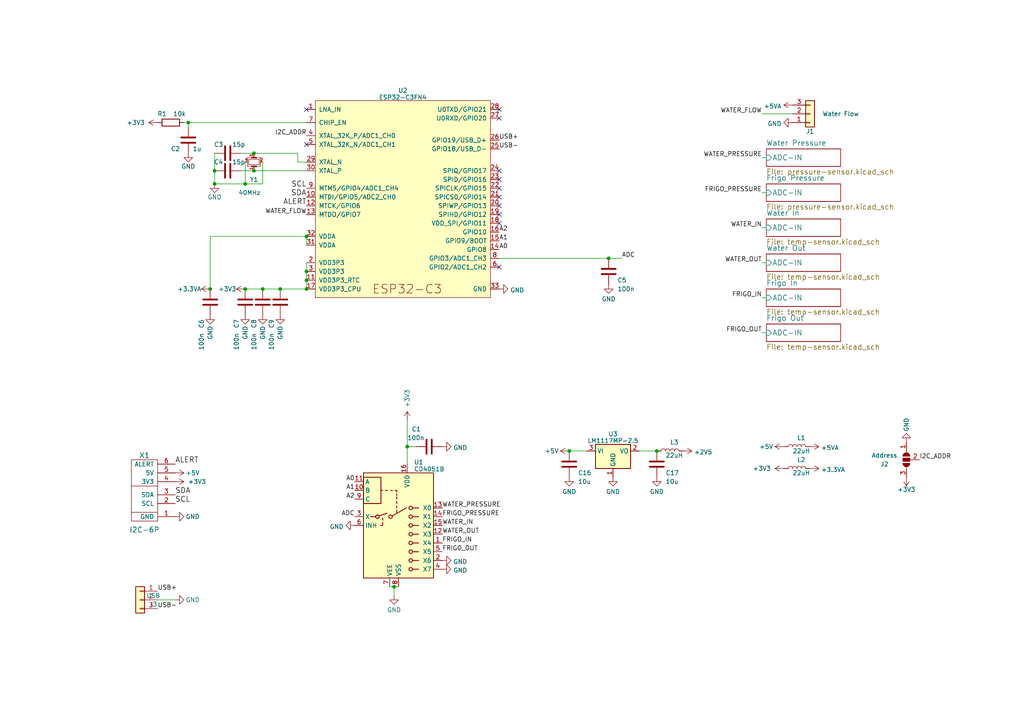
<source format=kicad_sch>
(kicad_sch (version 20230409) (generator eeschema)
  (paper "A4")
  (lib_symbols
    (symbol "Analog_Switch:CD4051B"
      (property "Reference" "U" (at -10.16 16.51 0))
      (property "Value" "CD4051B" (at 3.81 16.51 0))
      (symbol "CD4051B_0_1"
        (rectangle (start -10.16 6.35) (end -5.08 13.97) (stroke (width 0.254)))
        (rectangle (start -10.16 15.24) (end 10.16 -15.24) (stroke (width 0.254)) (fill (type background)))
        (circle (center -6.096 2.54) (radius 0.508) (stroke (width 0.254)))
        (circle (center -2.286 2.54) (radius 0.508) (stroke (width 0.254)))
        (polyline (pts (xy -8.128 2.54) (xy -6.604 2.54)) (stroke (width 0.254)))
        (polyline (pts (xy -5.588 2.794) (xy -3.302 3.556)) (stroke (width 0.254)))
        (polyline (pts (xy -4.572 0) (xy -5.207 0)) (stroke (width 0.254)))
        (polyline (pts (xy -4.572 0.254) (xy -4.572 0.889)) (stroke (width 0.254)))
        (polyline (pts (xy -4.572 1.524) (xy -4.572 2.159)) (stroke (width 0.254)))
        (polyline (pts (xy -4.572 10.16) (xy -5.08 10.16)) (stroke (width 0.254)))
        (polyline (pts (xy -3.81 10.16) (xy -3.175 10.16)) (stroke (width 0.254)))
        (polyline (pts (xy -1.778 2.794) (xy 2.286 5.08)) (stroke (width 0.254)))
        (polyline (pts (xy -1.778 10.16) (xy -2.286 10.16)) (stroke (width 0.254)))
        (polyline (pts (xy -0.508 3.81) (xy -0.508 4.445)) (stroke (width 0.254)))
        (polyline (pts (xy -0.508 5.08) (xy -0.508 5.715)) (stroke (width 0.254)))
        (polyline (pts (xy -0.508 6.35) (xy -0.508 6.985)) (stroke (width 0.254)))
        (polyline (pts (xy -0.508 7.62) (xy -0.508 8.255)) (stroke (width 0.254)))
        (polyline (pts (xy -0.508 8.636) (xy -0.508 9.144)) (stroke (width 0.254)))
        (polyline (pts (xy -0.508 9.652) (xy -0.508 10.16)) (stroke (width 0.254)))
        (polyline (pts (xy -0.508 10.16) (xy -1.016 10.16)) (stroke (width 0.254)))
        (polyline (pts (xy 4.064 -12.7) (xy 5.842 -12.7)) (stroke (width 0.254)))
        (polyline (pts (xy 4.064 -10.16) (xy 5.842 -10.16)) (stroke (width 0.254)))
        (polyline (pts (xy 4.064 -7.62) (xy 5.842 -7.62)) (stroke (width 0.254)))
        (polyline (pts (xy 4.064 -5.08) (xy 5.842 -5.08)) (stroke (width 0.254)))
        (polyline (pts (xy 4.064 -2.54) (xy 5.842 -2.54)) (stroke (width 0.254)))
        (polyline (pts (xy 4.064 0) (xy 5.842 0)) (stroke (width 0.254)))
        (polyline (pts (xy 4.064 2.54) (xy 5.842 2.54)) (stroke (width 0.254)))
        (polyline (pts (xy 4.064 5.08) (xy 5.842 5.08)) (stroke (width 0.254)))
        (circle (center 3.556 -12.7) (radius 0.508) (stroke (width 0.254)))
        (circle (center 3.556 -10.16) (radius 0.508) (stroke (width 0.254)))
        (circle (center 3.556 -7.62) (radius 0.508) (stroke (width 0.254)))
        (circle (center 3.556 -5.08) (radius 0.508) (stroke (width 0.254)))
        (circle (center 3.556 -2.54) (radius 0.508) (stroke (width 0.254)))
        (circle (center 3.556 0) (radius 0.508) (stroke (width 0.254)))
        (circle (center 3.556 2.54) (radius 0.508) (stroke (width 0.254)))
        (circle (center 3.556 5.08) (radius 0.508) (stroke (width 0.254)))
      )
      (symbol "CD4051B_1_1"
        (pin bidirectional line (at 12.7 -5.08 180) (length 2.54) (name "X4") (number "1"))
        (pin input line (at -12.7 10.16 0) (length 2.54) (name "B") (number "10"))
        (pin input line (at -12.7 12.7 0) (length 2.54) (name "A") (number "11"))
        (pin bidirectional line (at 12.7 -2.54 180) (length 2.54) (name "X3") (number "12"))
        (pin bidirectional line (at 12.7 5.08 180) (length 2.54) (name "X0") (number "13"))
        (pin bidirectional line (at 12.7 2.54 180) (length 2.54) (name "X1") (number "14"))
        (pin bidirectional line (at 12.7 0 180) (length 2.54) (name "X2") (number "15"))
        (pin power_in line (at 2.54 17.78 270) (length 2.54) (name "VDD") (number "16"))
        (pin bidirectional line (at 12.7 -10.16 180) (length 2.54) (name "X6") (number "2"))
        (pin bidirectional line (at -12.7 2.54 0) (length 2.54) (name "X") (number "3"))
        (pin bidirectional line (at 12.7 -12.7 180) (length 2.54) (name "X7") (number "4"))
        (pin bidirectional line (at 12.7 -7.62 180) (length 2.54) (name "X5") (number "5"))
        (pin input line (at -12.7 0 0) (length 2.54) (name "INH") (number "6"))
        (pin power_in line (at -2.54 -17.78 90) (length 2.54) (name "VEE") (number "7"))
        (pin power_in line (at 0 -17.78 90) (length 2.54) (name "VSS") (number "8"))
        (pin input line (at -12.7 7.62 0) (length 2.54) (name "C") (number "9"))
      )
    )
    (symbol "Connector_Generic:Conn_01x03" (pin_names (offset 1.016) hide)
      (property "Reference" "J" (at 0 5.08 0))
      (property "Value" "Conn_01x03" (at 0 -5.08 0))
      (symbol "Conn_01x03_1_1"
        (rectangle (start -1.27 -2.413) (end 0 -2.667) (stroke (width 0.1524)))
        (rectangle (start -1.27 0.127) (end 0 -0.127) (stroke (width 0.1524)))
        (rectangle (start -1.27 2.667) (end 0 2.413) (stroke (width 0.1524)))
        (rectangle (start -1.27 3.81) (end 1.27 -3.81) (stroke (width 0.254)) (fill (type background)))
        (pin passive line (at -5.08 2.54 0) (length 3.81) (name "Pin_1") (number "1"))
        (pin passive line (at -5.08 0 0) (length 3.81) (name "Pin_2") (number "2"))
        (pin passive line (at -5.08 -2.54 0) (length 3.81) (name "Pin_3") (number "3"))
      )
    )
    (symbol "Device:C" (pin_numbers hide) (pin_names (offset 0.254))
      (property "Reference" "C" (at 0.635 2.54 0))
      (property "Value" "C" (at 0.635 -2.54 0))
      (symbol "C_0_1"
        (polyline (pts (xy -2.032 -0.762) (xy 2.032 -0.762)) (stroke (width 0.508)))
        (polyline (pts (xy -2.032 0.762) (xy 2.032 0.762)) (stroke (width 0.508)))
      )
      (symbol "C_1_1"
        (pin passive line (at 0 3.81 270) (length 2.794) (name "~") (number "1"))
        (pin passive line (at 0 -3.81 90) (length 2.794) (name "~") (number "2"))
      )
    )
    (symbol "Device:Crystal_GND24_Small" (pin_names (offset 1.016) hide)
      (property "Reference" "Y" (at 1.27 4.445 0))
      (property "Value" "Crystal_GND24_Small" (at 1.27 2.54 0))
      (symbol "Crystal_GND24_Small_0_1"
        (rectangle (start -0.762 -1.524) (end 0.762 1.524))
        (polyline (pts (xy -1.27 -0.762) (xy -1.27 0.762)) (stroke (width 0.381)))
        (polyline (pts (xy 1.27 -0.762) (xy 1.27 0.762)) (stroke (width 0.381)))
        (polyline (pts (xy -1.27 -1.27) (xy -1.27 -1.905) (xy 1.27 -1.905) (xy 1.27 -1.27)))
        (polyline (pts (xy -1.27 1.27) (xy -1.27 1.905) (xy 1.27 1.905) (xy 1.27 1.27)))
      )
      (symbol "Crystal_GND24_Small_1_1"
        (pin passive line (at -2.54 0 0) (length 1.27) (name "1") (number "1"))
        (pin passive line (at 0 -2.54 90) (length 0.635) (name "2") (number "2"))
        (pin passive line (at 2.54 0 180) (length 1.27) (name "3") (number "3"))
        (pin passive line (at 0 2.54 270) (length 0.635) (name "4") (number "4"))
      )
    )
    (symbol "Device:L" (pin_numbers hide) (pin_names (offset 1.016) hide)
      (property "Reference" "L" (at -1.27 0 90))
      (property "Value" "L" (at 1.905 0 90))
      (symbol "L_0_1"
        (arc (start 0 -2.54) (mid 0.6323 -1.905) (end 0 -1.27))
        (arc (start 0 -1.27) (mid 0.6323 -0.635) (end 0 0))
        (arc (start 0 0) (mid 0.6323 0.635) (end 0 1.27))
        (arc (start 0 1.27) (mid 0.6323 1.905) (end 0 2.54))
      )
      (symbol "L_1_1"
        (pin passive line (at 0 3.81 270) (length 1.27) (name "1") (number "1"))
        (pin passive line (at 0 -3.81 90) (length 1.27) (name "2") (number "2"))
      )
    )
    (symbol "Device:R" (pin_numbers hide) (pin_names (offset 0))
      (property "Reference" "R" (at 2.032 0 90))
      (property "Value" "R" (at 0 0 90))
      (symbol "R_0_1"
        (rectangle (start -1.016 -2.54) (end 1.016 2.54) (stroke (width 0.254)))
      )
      (symbol "R_1_1"
        (pin passive line (at 0 3.81 270) (length 1.27) (name "~") (number "1"))
        (pin passive line (at 0 -3.81 90) (length 1.27) (name "~") (number "2"))
      )
    )
    (symbol "Drake:I2C-6P" (pin_names (offset 1.016))
      (property "Reference" "X" (at 0 12.7 0))
      (property "Value" "I2C-6P" (at 0 -8.89 0))
      (symbol "I2C-6P_0_1"
        (polyline (pts (xy 3.81 -3.81) (xy -3.81 -3.81)))
        (polyline (pts (xy 3.81 3.81) (xy -3.81 3.81)))
        (rectangle (start 3.81 11.43) (end -3.81 -6.35))
      )
      (symbol "I2C-6P_1_1"
        (pin power_in line (at 8.89 -5.08 180) (length 5.08) (name "GND") (number "1"))
        (pin open_collector line (at 8.89 -1.27 180) (length 5.08) (name "SCL") (number "2"))
        (pin open_collector line (at 8.89 1.27 180) (length 5.08) (name "SDA") (number "3"))
        (pin power_in line (at 8.89 5.08 180) (length 5.08) (name "3V3") (number "4"))
        (pin power_in line (at 8.89 7.62 180) (length 5.08) (name "5V") (number "5"))
        (pin open_collector line (at 8.89 10.16 180) (length 5.08) (name "ALERT") (number "6"))
      )
    )
    (symbol "Espressif:ESP32-C3" (pin_names (offset 1.016))
      (property "Reference" "U" (at 0 31.75 0))
      (property "Value" "ESP32-C3" (at 0 -27.94 0))
      (symbol "ESP32-C3_0_0"
        (text "ESP32-C3" (at 1.27 -24.13 0) (effects (font (size 2.54 2.54))))
        (pin bidirectional line (at -27.94 27.94 0) (length 2.54) (name "LNA_IN") (number "1"))
        (pin bidirectional line (at -27.94 2.54 0) (length 2.54) (name "MTDI/GPIO5/ADC2_CH0") (number "10"))
        (pin power_in line (at -27.94 -21.59 0) (length 2.54) (name "VDD3P3_RTC") (number "11"))
        (pin bidirectional line (at -27.94 0 0) (length 2.54) (name "MTCK/GPIO6") (number "12"))
        (pin bidirectional line (at -27.94 -2.54 0) (length 2.54) (name "MTDO/GPIO7") (number "13"))
        (pin bidirectional line (at 27.94 -12.7 180) (length 2.54) (name "GPIO8") (number "14"))
        (pin bidirectional line (at 27.94 -10.16 180) (length 2.54) (name "GPIO9/BOOT") (number "15"))
        (pin bidirectional line (at 27.94 -7.62 180) (length 2.54) (name "GPIO10") (number "16"))
        (pin power_in line (at -27.94 -24.13 0) (length 2.54) (name "VDD3P3_CPU") (number "17"))
        (pin bidirectional line (at 27.94 -5.08 180) (length 2.54) (name "VDD_SPI/GPIO11") (number "18"))
        (pin bidirectional line (at 27.94 -2.54 180) (length 2.54) (name "SPIHD/GPIO12") (number "19"))
        (pin power_in line (at -27.94 -16.51 0) (length 2.54) (name "VDD3P3") (number "2"))
        (pin bidirectional line (at 27.94 0 180) (length 2.54) (name "SPIWP/GPIO13") (number "20"))
        (pin bidirectional line (at 27.94 2.54 180) (length 2.54) (name "SPICS0/GPIO14") (number "21"))
        (pin bidirectional line (at 27.94 5.08 180) (length 2.54) (name "SPICLK/GPIO15") (number "22"))
        (pin bidirectional line (at 27.94 7.62 180) (length 2.54) (name "SPID/GPIO16") (number "23"))
        (pin bidirectional line (at 27.94 10.16 180) (length 2.54) (name "SPIQ/GPIO17") (number "24"))
        (pin bidirectional line (at 27.94 16.51 180) (length 2.54) (name "GPIO18/USB_D-") (number "25"))
        (pin bidirectional line (at 27.94 19.05 180) (length 2.54) (name "GPIO19/USB_D+") (number "26"))
        (pin bidirectional line (at 27.94 25.4 180) (length 2.54) (name "U0RXD/GPIO20") (number "27"))
        (pin bidirectional line (at 27.94 27.94 180) (length 2.54) (name "U0TXD/GPIO21") (number "28"))
        (pin output line (at -27.94 12.7 0) (length 2.54) (name "XTAL_N") (number "29"))
        (pin power_in line (at -27.94 -19.05 0) (length 2.54) (name "VDD3P3") (number "3"))
        (pin input line (at -27.94 10.16 0) (length 2.54) (name "XTAL_P") (number "30"))
        (pin power_in line (at -27.94 -11.43 0) (length 2.54) (name "VDDA") (number "31"))
        (pin power_in line (at -27.94 -8.89 0) (length 2.54) (name "VDDA") (number "32"))
        (pin power_in line (at 27.94 -24.13 180) (length 2.54) (name "GND") (number "33"))
        (pin output line (at -27.94 20.32 0) (length 2.54) (name "XTAL_32K_P/ADC1_CH0") (number "4"))
        (pin input line (at -27.94 17.78 0) (length 2.54) (name "XTAL_32K_N/ADC1_CH1") (number "5"))
        (pin bidirectional line (at 27.94 -17.78 180) (length 2.54) (name "GPIO2/ADC1_CH2") (number "6"))
        (pin input line (at -27.94 24.13 0) (length 2.54) (name "CHIP_EN") (number "7"))
        (pin bidirectional line (at 27.94 -15.24 180) (length 2.54) (name "GPIO3/ADC1_CH3") (number "8"))
        (pin bidirectional line (at -27.94 5.08 0) (length 2.54) (name "MTMS/GPIO4/ADC1_CH4") (number "9"))
      )
      (symbol "ESP32-C3_0_1"
        (rectangle (start -25.4 30.48) (end 25.4 -26.67) (fill (type background)))
      )
    )
    (symbol "Jumper:SolderJumper_3_Open" (pin_names (offset 0) hide)
      (property "Reference" "JP" (at -2.54 -2.54 0))
      (property "Value" "SolderJumper_3_Open" (at 0 2.794 0))
      (symbol "SolderJumper_3_Open_0_1"
        (arc (start -1.016 1.016) (mid -2.0276 0) (end -1.016 -1.016))
        (arc (start -1.016 1.016) (mid -2.0276 0) (end -1.016 -1.016) (fill (type outline)))
        (rectangle (start -0.508 1.016) (end 0.508 -1.016) (fill (type outline)))
        (polyline (pts (xy -2.54 0) (xy -2.032 0)))
        (polyline (pts (xy -1.016 1.016) (xy -1.016 -1.016)))
        (polyline (pts (xy 0 -1.27) (xy 0 -1.016)))
        (polyline (pts (xy 1.016 1.016) (xy 1.016 -1.016)))
        (polyline (pts (xy 2.54 0) (xy 2.032 0)))
        (arc (start 1.016 -1.016) (mid 2.0276 0) (end 1.016 1.016))
        (arc (start 1.016 -1.016) (mid 2.0276 0) (end 1.016 1.016) (fill (type outline)))
      )
      (symbol "SolderJumper_3_Open_1_1"
        (pin passive line (at -5.08 0 0) (length 2.54) (name "A") (number "1"))
        (pin passive line (at 0 -3.81 90) (length 2.54) (name "C") (number "2"))
        (pin passive line (at 5.08 0 180) (length 2.54) (name "B") (number "3"))
      )
    )
    (symbol "Regulator_Linear:LM1117MP-2.5"
      (property "Reference" "U" (at -3.81 3.175 0))
      (property "Value" "LM1117MP-2.5" (at 0 3.175 0))
      (symbol "LM1117MP-2.5_0_1"
        (rectangle (start -5.08 -5.08) (end 5.08 1.905) (stroke (width 0.254)) (fill (type background)))
      )
      (symbol "LM1117MP-2.5_1_1"
        (pin power_in line (at 0 -7.62 90) (length 2.54) (name "GND") (number "1"))
        (pin power_out line (at 7.62 0 180) (length 2.54) (name "VO") (number "2"))
        (pin power_in line (at -7.62 0 0) (length 2.54) (name "VI") (number "3"))
      )
    )
    (symbol "power:+2V5" (power) (pin_names (offset 0))
      (property "Value" "+2V5" (at 0 3.556 0))
      (symbol "+2V5_0_1"
        (polyline (pts (xy -0.762 1.27) (xy 0 2.54)))
        (polyline (pts (xy 0 0) (xy 0 2.54)))
        (polyline (pts (xy 0 2.54) (xy 0.762 1.27)))
      )
      (symbol "+2V5_1_1"
        (pin power_in line (at 0 0 90) (length 0) hide (name "+2V5") (number "1"))
      )
    )
    (symbol "power:+3.3VA" (power) (pin_names (offset 0))
      (property "Value" "+3.3VA" (at 0 3.556 0))
      (symbol "+3.3VA_0_1"
        (polyline (pts (xy -0.762 1.27) (xy 0 2.54)))
        (polyline (pts (xy 0 0) (xy 0 2.54)))
        (polyline (pts (xy 0 2.54) (xy 0.762 1.27)))
      )
      (symbol "+3.3VA_1_1"
        (pin power_in line (at 0 0 90) (length 0) hide (name "+3.3VA") (number "1"))
      )
    )
    (symbol "power:+3V3" (power) (pin_names (offset 0))
      (property "Value" "+3V3" (at 0 3.556 0))
      (symbol "+3V3_0_1"
        (polyline (pts (xy -0.762 1.27) (xy 0 2.54)))
        (polyline (pts (xy 0 0) (xy 0 2.54)))
        (polyline (pts (xy 0 2.54) (xy 0.762 1.27)))
      )
      (symbol "+3V3_1_1"
        (pin power_in line (at 0 0 90) (length 0) hide (name "+3V3") (number "1"))
      )
    )
    (symbol "power:+5V" (power) (pin_names (offset 0))
      (property "Value" "+5V" (at 0 3.556 0))
      (symbol "+5V_0_1"
        (polyline (pts (xy -0.762 1.27) (xy 0 2.54)))
        (polyline (pts (xy 0 0) (xy 0 2.54)))
        (polyline (pts (xy 0 2.54) (xy 0.762 1.27)))
      )
      (symbol "+5V_1_1"
        (pin power_in line (at 0 0 90) (length 0) hide (name "+5V") (number "1"))
      )
    )
    (symbol "power:+5VA" (power) (pin_names (offset 0))
      (property "Value" "+5VA" (at 0 3.556 0))
      (symbol "+5VA_0_1"
        (polyline (pts (xy -0.762 1.27) (xy 0 2.54)))
        (polyline (pts (xy 0 0) (xy 0 2.54)))
        (polyline (pts (xy 0 2.54) (xy 0.762 1.27)))
      )
      (symbol "+5VA_1_1"
        (pin power_in line (at 0 0 90) (length 0) hide (name "+5VA") (number "1"))
      )
    )
    (symbol "power:GND" (power) (pin_names (offset 0))
      (property "Value" "GND" (at 0 -3.81 0))
      (symbol "GND_0_1"
        (polyline (pts (xy 0 0) (xy 0 -1.27) (xy 1.27 -1.27) (xy 0 -2.54) (xy -1.27 -1.27) (xy 0 -1.27)))
      )
      (symbol "GND_1_1"
        (pin power_in line (at 0 0 270) (length 0) hide (name "GND") (number "1"))
      )
    )
  )
  (junction (at 190.5 130.81))
  (junction (at 60.96 83.82))
  (junction (at 76.2 83.82))
  (junction (at 176.53 74.93))
  (junction (at 71.12 83.82))
  (junction (at 71.12 53.34))
  (junction (at 81.28 83.82))
  (junction (at 62.23 53.34))
  (junction (at 88.9 83.82))
  (junction (at 73.66 49.53))
  (junction (at 118.11 129.54))
  (junction (at 165.1 130.81))
  (junction (at 62.23 49.53))
  (junction (at 88.9 81.28))
  (junction (at 114.3 170.18))
  (junction (at 73.66 44.45))
  (junction (at 54.61 35.56))
  (junction (at 88.9 68.58))
  (junction (at 88.9 78.74))
  (no_connect (at 144.78 57.15))
  (no_connect (at 144.78 54.61))
  (no_connect (at 144.78 34.29))
  (no_connect (at 144.78 64.77))
  (no_connect (at 144.78 52.07))
  (no_connect (at 88.9 41.91))
  (no_connect (at 144.78 31.75))
  (no_connect (at 144.78 77.47))
  (no_connect (at 144.78 59.69))
  (no_connect (at 144.78 62.23))
  (no_connect (at 88.9 31.75))
  (no_connect (at 144.78 49.53))
  (wire (pts (xy 220.98 33.02) (xy 229.87 33.02)))
  (wire (pts (xy 144.78 74.93) (xy 176.53 74.93)))
  (wire (pts (xy 88.9 76.2) (xy 88.9 78.74)))
  (wire (pts (xy 185.42 130.81) (xy 190.5 130.81)))
  (wire (pts (xy 54.61 35.56) (xy 54.61 36.83)))
  (wire (pts (xy 53.34 35.56) (xy 54.61 35.56)))
  (wire (pts (xy 73.66 49.53) (xy 88.9 49.53)))
  (wire (pts (xy 220.98 86.36) (xy 222.25 86.36)))
  (wire (pts (xy 220.98 76.2) (xy 222.25 76.2)))
  (wire (pts (xy 88.9 46.99) (xy 86.36 46.99)))
  (wire (pts (xy 113.03 170.18) (xy 114.3 170.18)))
  (wire (pts (xy 86.36 44.45) (xy 73.66 44.45)))
  (wire (pts (xy 88.9 81.28) (xy 88.9 83.82)))
  (wire (pts (xy 69.85 44.45) (xy 73.66 44.45)))
  (wire (pts (xy 76.2 83.82) (xy 81.28 83.82)))
  (wire (pts (xy 220.98 55.88) (xy 222.25 55.88)))
  (wire (pts (xy 86.36 44.45) (xy 86.36 46.99)))
  (wire (pts (xy 81.28 83.82) (xy 88.9 83.82)))
  (wire (pts (xy 60.96 83.82) (xy 60.96 68.58)))
  (wire (pts (xy 62.23 53.34) (xy 71.12 53.34)))
  (wire (pts (xy 71.12 83.82) (xy 76.2 83.82)))
  (wire (pts (xy 176.53 74.93) (xy 180.34 74.93)))
  (wire (pts (xy 71.12 53.34) (xy 76.2 53.34)))
  (wire (pts (xy 220.98 96.52) (xy 222.25 96.52)))
  (wire (pts (xy 220.98 66.04) (xy 222.25 66.04)))
  (wire (pts (xy 76.2 46.99) (xy 76.2 53.34)))
  (wire (pts (xy 114.3 170.18) (xy 115.57 170.18)))
  (wire (pts (xy 165.1 130.81) (xy 170.18 130.81)))
  (wire (pts (xy 88.9 78.74) (xy 88.9 81.28)))
  (wire (pts (xy 71.12 46.99) (xy 71.12 53.34)))
  (wire (pts (xy 118.11 129.54) (xy 120.65 129.54)))
  (wire (pts (xy 69.85 49.53) (xy 73.66 49.53)))
  (wire (pts (xy 60.96 68.58) (xy 88.9 68.58)))
  (wire (pts (xy 50.8 173.99) (xy 45.72 173.99)))
  (wire (pts (xy 118.11 129.54) (xy 118.11 134.62)))
  (wire (pts (xy 118.11 121.92) (xy 118.11 129.54)))
  (wire (pts (xy 114.3 170.18) (xy 114.3 172.72)))
  (wire (pts (xy 88.9 68.58) (xy 88.9 71.12)))
  (wire (pts (xy 62.23 49.53) (xy 62.23 53.34)))
  (wire (pts (xy 54.61 35.56) (xy 88.9 35.56)))
  (wire (pts (xy 220.98 45.72) (xy 222.25 45.72)))
  (wire (pts (xy 62.23 44.45) (xy 62.23 49.53)))
  (label "WATER_OUT" (at 128.27 154.94 0))
  (label "A2" (at 144.78 67.31 0))
  (label "FRIGO_OUT" (at 128.27 160.02 0))
  (label "ALERT" (at 88.9 59.69 180) (effects (font (size 1.524 1.524))))
  (label "WATER_FLOW" (at 88.9 62.23 180))
  (label "ADC" (at 102.87 149.86 180))
  (label "SCL" (at 50.8 146.05 0) (effects (font (size 1.524 1.524))))
  (label "WATER_IN" (at 220.98 66.04 180))
  (label "A1" (at 102.87 142.24 180))
  (label "ALERT" (at 50.8 134.62 0) (effects (font (size 1.524 1.524))))
  (label "USB-" (at 45.72 176.53 0))
  (label "SCL" (at 88.9 54.61 180) (effects (font (size 1.524 1.524))))
  (label "A1" (at 144.78 69.85 0))
  (label "A0" (at 102.87 139.7 180))
  (label "WATER_OUT" (at 220.98 76.2 180))
  (label "USB+" (at 45.72 171.45 0))
  (label "I2C_ADDR" (at 266.7 133.35 0))
  (label "WATER_PRESSURE" (at 220.98 45.72 180))
  (label "A2" (at 102.87 144.78 180))
  (label "WATER_IN" (at 128.27 152.4 0))
  (label "FRIGO_IN" (at 128.27 157.48 0))
  (label "A0" (at 144.78 72.39 0))
  (label "SDA" (at 88.9 57.15 180) (effects (font (size 1.524 1.524))))
  (label "WATER_FLOW" (at 220.98 33.02 180))
  (label "FRIGO_OUT" (at 220.98 96.52 180))
  (label "USB+" (at 144.78 40.64 0))
  (label "FRIGO_PRESSURE" (at 220.98 55.88 180))
  (label "I2C_ADDR" (at 88.9 39.37 180))
  (label "USB-" (at 144.78 43.18 0))
  (label "ADC" (at 180.34 74.93 0))
  (label "WATER_PRESSURE" (at 128.27 147.32 0))
  (label "FRIGO_PRESSURE" (at 128.27 149.86 0))
  (label "SDA" (at 50.8 143.51 0) (effects (font (size 1.524 1.524))))
  (label "FRIGO_IN" (at 220.98 86.36 180))
  (symbol (lib_id "Drake:I2C-6P") (at 41.91 144.78 0) (unit 1)
    (property "Reference" "X1" (at 41.91 132.08 0) (effects (font (size 1.524 1.524))))
    (property "Value" "I2C-6P" (at 41.91 153.67 0) (effects (font (size 1.524 1.524))))
    (property "Footprint" "Drake:Micro-Match-FOB-6" (effects hide))
  )
  (symbol (lib_id "Device:C") (at 124.46 129.54 270) (unit 1)
    (property "Reference" "C1" (at 119.38 124.46 90) (effects (justify left)))
    (property "Value" "100n" (at 118.11 127 90) (effects (justify left)))
    (property "Footprint" "Capacitor_SMD:C_0805_2012Metric" (effects hide))
  )
  (symbol (lib_id "power:+5V") (at 50.8 137.16 270) (unit 1)
    (property "Reference" "#PWR02" (effects hide))
    (property "Value" "+5V" (at 55.88 137.16 90))
  )
  (symbol (lib_id "power:GND") (at 50.8 149.86 90) (unit 1)
    (property "Reference" "#PWR07" (effects hide))
    (property "Value" "GND" (at 55.88 149.86 90))
  )
  (symbol (lib_id "Jumper:SolderJumper_3_Open") (at 262.89 133.35 90) (mirror x) (unit 1)
    (property "Reference" "J2" (at 256.54 134.62 90))
    (property "Value" "Address" (at 256.54 132.08 90))
    (property "Footprint" "Jumper:SolderJumper-3_P1.3mm_Open_Pad1.0x1.5mm" (effects hide))
  )
  (symbol (lib_id "power:GND") (at 262.89 128.27 180) (unit 1)
    (property "Reference" "#PWR018" (effects hide))
    (property "Value" "GND" (at 262.89 123.19 90))
  )
  (symbol (lib_id "power:+3V3") (at 262.89 138.43 180) (unit 1)
    (property "Reference" "#PWR0109" (effects hide))
    (property "Value" "+3V3" (at 262.89 141.986 0))
  )
  (symbol (lib_id "Connector_Generic:Conn_01x03") (at 234.95 33.02 0) (mirror x) (unit 1)
    (property "Reference" "J1" (at 234.95 38.1 0))
    (property "Value" "Water Flow" (at 243.84 33.02 0))
    (property "Footprint" "Connector_JST:JST_XH_S3B-XH-A-1_1x03_P2.50mm_Horizontal" (effects hide))
  )
  (symbol (lib_id "power:GND") (at 76.2 91.44 0) (unit 1)
    (property "Reference" "#PWR0117" (effects hide))
    (property "Value" "GND" (at 76.2 96.52 90))
  )
  (symbol (lib_id "Device:L") (at 194.31 130.81 90) (unit 1)
    (property "Reference" "L3" (at 195.58 128.27 90))
    (property "Value" "22uH" (at 195.58 132.08 90))
    (property "Footprint" "Inductor_SMD:L_0805_2012Metric" (effects hide))
  )
  (symbol (lib_id "power:+2V5") (at 198.12 130.81 270) (unit 1)
    (property "Reference" "#PWR04" (effects hide))
    (property "Value" "+2V5" (at 201.295 131.1268 90) (effects (justify left)))
  )
  (symbol (lib_id "power:+3.3VA") (at 60.96 83.82 90) (unit 1)
    (property "Reference" "#PWR0122" (effects hide))
    (property "Value" "+3.3VA" (at 58.42 83.82 90) (effects (justify left)))
  )
  (symbol (lib_id "Device:C") (at 54.61 40.64 0) (unit 1)
    (property "Reference" "C2" (at 49.53 43.18 0) (effects (justify left)))
    (property "Value" "1u" (at 55.88 43.18 0) (effects (justify left)))
    (property "Footprint" "Capacitor_SMD:C_0805_2012Metric" (effects hide))
  )
  (symbol (lib_id "power:GND") (at 128.27 162.56 90) (unit 1)
    (property "Reference" "#PWR01" (effects hide))
    (property "Value" "GND" (at 131.445 162.8919 90) (effects (justify right)))
  )
  (symbol (lib_id "power:+3V3") (at 50.8 139.7 270) (unit 1)
    (property "Reference" "#PWR0121" (effects hide))
    (property "Value" "+3V3" (at 57.15 139.7 90))
  )
  (symbol (lib_id "power:GND") (at 114.3 172.72 0) (unit 1)
    (property "Reference" "#PWR0103" (effects hide))
    (property "Value" "GND" (at 114.3 176.8952 0))
  )
  (symbol (lib_id "power:+5V") (at 165.1 130.81 90) (unit 1)
    (property "Reference" "#PWR03" (effects hide))
    (property "Value" "+5V" (at 160.02 130.81 90))
  )
  (symbol (lib_id "Device:C") (at 76.2 87.63 0) (unit 1)
    (property "Reference" "C8" (at 73.66 95.25 90) (effects (justify left)))
    (property "Value" "100n" (at 73.66 101.6 90) (effects (justify left)))
    (property "Footprint" "Capacitor_SMD:C_0805_2012Metric" (effects hide))
  )
  (symbol (lib_id "power:+3V3") (at 118.11 121.92 0) (unit 1)
    (property "Reference" "#PWR0105" (effects hide))
    (property "Value" "+3V3" (at 118.11 115.57 90))
  )
  (symbol (lib_id "Device:C") (at 81.28 87.63 0) (unit 1)
    (property "Reference" "C9" (at 78.74 95.25 90) (effects (justify left)))
    (property "Value" "100n" (at 78.74 101.6 90) (effects (justify left)))
    (property "Footprint" "Capacitor_SMD:C_0805_2012Metric" (effects hide))
  )
  (symbol (lib_id "Device:L") (at 231.14 135.89 90) (unit 1)
    (property "Reference" "L2" (at 232.41 133.35 90))
    (property "Value" "22uH" (at 232.41 137.16 90))
    (property "Footprint" "Inductor_SMD:L_0805_2012Metric" (effects hide))
  )
  (symbol (lib_id "power:+5V") (at 227.33 129.54 90) (unit 1)
    (property "Reference" "#PWR0112" (effects hide))
    (property "Value" "+5V" (at 222.25 129.54 90))
  )
  (symbol (lib_id "power:GND") (at 165.1 138.43 0) (unit 1)
    (property "Reference" "#PWR05" (effects hide))
    (property "Value" "GND" (at 165.1 142.6052 0))
  )
  (symbol (lib_id "power:GND") (at 177.8 138.43 0) (unit 1)
    (property "Reference" "#PWR08" (effects hide))
    (property "Value" "GND" (at 177.8 142.6052 0))
  )
  (symbol (lib_id "power:GND") (at 62.23 53.34 0) (unit 1)
    (property "Reference" "#PWR0108" (effects hide))
    (property "Value" "GND" (at 62.23 57.15 0))
  )
  (symbol (lib_id "power:GND") (at 229.87 35.56 270) (unit 1)
    (property "Reference" "#PWR0101" (effects hide))
    (property "Value" "GND" (at 226.6951 35.8919 90) (effects (justify right)))
  )
  (symbol (lib_id "power:GND") (at 190.5 138.43 0) (unit 1)
    (property "Reference" "#PWR06" (effects hide))
    (property "Value" "GND" (at 190.5 142.6052 0))
  )
  (symbol (lib_id "Device:C") (at 66.04 49.53 90) (unit 1)
    (property "Reference" "C4" (at 64.77 46.99 90) (effects (justify left)))
    (property "Value" "15p" (at 71.12 46.99 90) (effects (justify left)))
    (property "Footprint" "Capacitor_SMD:C_0805_2012Metric" (effects hide))
  )
  (symbol (lib_id "Device:C") (at 66.04 44.45 90) (unit 1)
    (property "Reference" "C3" (at 64.77 41.91 90) (effects (justify left)))
    (property "Value" "15p" (at 71.12 41.91 90) (effects (justify left)))
    (property "Footprint" "Capacitor_SMD:C_0805_2012Metric" (effects hide))
  )
  (symbol (lib_id "Device:C") (at 71.12 87.63 0) (unit 1)
    (property "Reference" "C7" (at 68.58 95.25 90) (effects (justify left)))
    (property "Value" "100n" (at 68.58 101.6 90) (effects (justify left)))
    (property "Footprint" "Capacitor_SMD:C_0805_2012Metric" (effects hide))
  )
  (symbol (lib_id "power:GND") (at 81.28 91.44 0) (unit 1)
    (property "Reference" "#PWR0118" (effects hide))
    (property "Value" "GND" (at 81.28 96.52 90))
  )
  (symbol (lib_id "power:GND") (at 102.87 152.4 270) (unit 1)
    (property "Reference" "#PWR0115" (effects hide))
    (property "Value" "GND" (at 99.6951 152.7319 90) (effects (justify right)))
  )
  (symbol (lib_id "Regulator_Linear:LM1117MP-2.5") (at 177.8 130.81 0) (unit 1)
    (property "Reference" "U3" (at 177.8 125.8951 0))
    (property "Value" "LM1117MP-2.5" (at 177.8 127.8161 0))
    (property "Footprint" "Package_TO_SOT_SMD:SOT-223-3_TabPin2" (effects hide))
    (property "Datasheet" "http://www.ti.com/lit/ds/symlink/lm1117.pdf" (effects hide))
  )
  (symbol (lib_id "power:+3.3VA") (at 234.95 135.89 270) (unit 1)
    (property "Reference" "#PWR0113" (effects hide))
    (property "Value" "+3.3VA" (at 238.125 136.2219 90) (effects (justify left)))
  )
  (symbol (lib_id "power:+3V3") (at 45.72 35.56 90) (unit 1)
    (property "Reference" "#PWR0106" (effects hide))
    (property "Value" "+3V3" (at 39.37 35.56 90))
  )
  (symbol (lib_id "power:GND") (at 128.27 129.54 90) (unit 1)
    (property "Reference" "#PWR0120" (effects hide))
    (property "Value" "GND" (at 131.445 129.8568 90) (effects (justify right)))
  )
  (symbol (lib_id "power:GND") (at 54.61 44.45 0) (unit 1)
    (property "Reference" "#PWR0107" (effects hide))
    (property "Value" "GND" (at 54.61 48.26 0))
  )
  (symbol (lib_id "Connector_Generic:Conn_01x03") (at 40.64 173.99 0) (mirror y) (unit 1)
    (property "Reference" "J3" (at 44.45 175.26 0))
    (property "Value" "USB" (at 44.45 172.72 0))
    (property "Footprint" "Connector_PinHeader_2.54mm:PinHeader_1x03_P2.54mm_Vertical" (effects hide))
  )
  (symbol (lib_id "Device:R") (at 49.53 35.56 90) (unit 1)
    (property "Reference" "R1" (at 46.99 33.02 90))
    (property "Value" "10k" (at 52.07 33.02 90))
    (property "Footprint" "Resistor_SMD:R_0805_2012Metric" (effects hide))
  )
  (symbol (lib_id "Analog_Switch:CD4051B") (at 115.57 152.4 0) (unit 1)
    (property "Reference" "U1" (at 120.0659 134.0612 0) (effects (justify left)))
    (property "Value" "CD4051B" (at 120.0659 136.0616 0) (effects (justify left)))
    (property "Footprint" "Package_SO:SOIC-16_3.9x9.9mm_P1.27mm" (effects hide))
    (property "Datasheet" "http://www.ti.com/lit/ds/symlink/cd4052b.pdf" (effects hide))
  )
  (symbol (lib_id "Device:C") (at 190.5 134.62 0) (unit 1)
    (property "Reference" "C17" (at 193.04 137.16 0) (effects (justify left)))
    (property "Value" "10u" (at 193.04 139.7 0) (effects (justify left)))
    (property "Footprint" "Capacitor_SMD:C_0805_2012Metric" (effects hide))
  )
  (symbol (lib_id "power:GND") (at 176.53 82.55 0) (unit 1)
    (property "Reference" "#PWR0124" (effects hide))
    (property "Value" "GND" (at 176.53 86.7252 0))
  )
  (symbol (lib_id "Device:C") (at 60.96 87.63 0) (unit 1)
    (property "Reference" "C6" (at 58.42 95.25 90) (effects (justify left)))
    (property "Value" "100n" (at 58.42 101.6 90) (effects (justify left)))
    (property "Footprint" "Capacitor_SMD:C_0805_2012Metric" (effects hide))
  )
  (symbol (lib_id "power:GND") (at 128.27 165.1 90) (unit 1)
    (property "Reference" "#PWR0104" (effects hide))
    (property "Value" "GND" (at 131.445 165.4319 90) (effects (justify right)))
  )
  (symbol (lib_id "power:GND") (at 71.12 91.44 0) (unit 1)
    (property "Reference" "#PWR0116" (effects hide))
    (property "Value" "GND" (at 71.12 96.52 90))
  )
  (symbol (lib_id "power:GND") (at 144.78 83.82 90) (unit 1)
    (property "Reference" "#PWR0126" (effects hide))
    (property "Value" "GND" (at 147.955 84.1519 90) (effects (justify right)))
  )
  (symbol (lib_id "power:GND") (at 60.96 91.44 0) (unit 1)
    (property "Reference" "#PWR0119" (effects hide))
    (property "Value" "GND" (at 60.96 96.52 90))
  )
  (symbol (lib_id "power:GND") (at 50.8 173.99 90) (unit 1)
    (property "Reference" "#PWR0110" (effects hide))
    (property "Value" "GND" (at 55.88 173.99 90))
  )
  (symbol (lib_id "power:+5VA") (at 229.87 30.48 90) (unit 1)
    (property "Reference" "#PWR0102" (effects hide))
    (property "Value" "+5VA" (at 226.6951 30.8119 90) (effects (justify left)))
  )
  (symbol (lib_id "Device:C") (at 176.53 78.74 0) (unit 1)
    (property "Reference" "C5" (at 179.07 81.28 0) (effects (justify left)))
    (property "Value" "100n" (at 179.07 83.82 0) (effects (justify left)))
    (property "Footprint" "Capacitor_SMD:C_0805_2012Metric" (effects hide))
  )
  (symbol (lib_id "power:+5VA") (at 234.95 129.54 270) (unit 1)
    (property "Reference" "#PWR0114" (effects hide))
    (property "Value" "+5VA" (at 238.125 129.8719 90) (effects (justify left)))
  )
  (symbol (lib_id "Device:Crystal_GND24_Small") (at 73.66 46.99 90) (unit 1)
    (property "Reference" "Y1" (at 73.66 52.07 90))
    (property "Value" "40MHz" (at 72.39 55.88 90))
    (property "Footprint" "Crystal:Crystal_SMD_3225-4Pin_3.2x2.5mm" (effects hide))
  )
  (symbol (lib_id "power:+3V3") (at 71.12 83.82 90) (unit 1)
    (property "Reference" "#PWR0123" (effects hide))
    (property "Value" "+3V3" (at 68.58 83.82 90) (effects (justify left)))
  )
  (symbol (lib_id "Device:L") (at 231.14 129.54 90) (unit 1)
    (property "Reference" "L1" (at 232.41 127 90))
    (property "Value" "22uH" (at 232.41 130.81 90))
    (property "Footprint" "Inductor_SMD:L_0805_2012Metric" (effects hide))
  )
  (symbol (lib_id "Device:C") (at 165.1 134.62 0) (unit 1)
    (property "Reference" "C16" (at 167.64 137.16 0) (effects (justify left)))
    (property "Value" "10u" (at 167.64 139.7 0) (effects (justify left)))
    (property "Footprint" "Capacitor_SMD:C_0805_2012Metric" (effects hide))
  )
  (symbol (lib_id "power:+3V3") (at 227.33 135.89 90) (unit 1)
    (property "Reference" "#PWR0111" (effects hide))
    (property "Value" "+3V3" (at 220.98 135.89 90))
  )
  (symbol (lib_id "Espressif:ESP32-C3") (at 116.84 59.69 0) (unit 1)
    (property "Reference" "U2" (at 116.84 26.2382 0))
    (property "Value" "ESP32-C3FN4" (at 116.84 28.2386 0))
    (property "Footprint" "Package_DFN_QFN:QFN-32-1EP_5x5mm_P0.5mm_EP3.45x3.45mm" (effects hide))
    (property "Datasheet" "https://www.espressif.com/sites/default/files/documentation/esp32-c3_datasheet_en.pdf" (effects hide))
  )
  (sheet (at 222.25 43.18) (size 21.59 5.08)
    (property "Sheetname" "Water Pressure" (at 222.25 42.3414 0) (effects (font (size 1.524 1.524)) (justify left bottom)))
    (property "Sheetfile" "pressure-sensor.kicad_sch" (at 222.25 48.9462 0) (effects (font (size 1.524 1.524)) (justify left top)))
    (pin "ADC-IN" input (at 222.25 45.72 180) (effects (font (size 1.524 1.524))))
  )
  (sheet (at 222.25 53.34) (size 21.59 5.08)
    (property "Sheetname" "Frigo Pressure" (at 222.25 52.5014 0) (effects (font (size 1.524 1.524)) (justify left bottom)))
    (property "Sheetfile" "pressure-sensor.kicad_sch" (at 222.25 59.1062 0) (effects (font (size 1.524 1.524)) (justify left top)))
    (pin "ADC-IN" input (at 222.25 55.88 180) (effects (font (size 1.524 1.524))))
  )
  (sheet (at 222.25 63.5) (size 21.59 5.08)
    (property "Sheetname" "Water In" (at 222.25 62.6614 0) (effects (font (size 1.524 1.524)) (justify left bottom)))
    (property "Sheetfile" "temp-sensor.kicad_sch" (at 222.25 69.2662 0) (effects (font (size 1.524 1.524)) (justify left top)))
    (pin "ADC-IN" input (at 222.25 66.04 180) (effects (font (size 1.524 1.524))))
  )
  (sheet (at 222.25 73.66) (size 21.59 5.08)
    (property "Sheetname" "Water Out" (at 222.25 72.8214 0) (effects (font (size 1.524 1.524)) (justify left bottom)))
    (property "Sheetfile" "temp-sensor.kicad_sch" (at 222.25 79.4262 0) (effects (font (size 1.524 1.524)) (justify left top)))
    (pin "ADC-IN" input (at 222.25 76.2 180) (effects (font (size 1.524 1.524))))
  )
  (sheet (at 222.25 83.82) (size 21.59 5.08)
    (property "Sheetname" "Frigo In" (at 222.25 82.9814 0) (effects (font (size 1.524 1.524)) (justify left bottom)))
    (property "Sheetfile" "temp-sensor.kicad_sch" (at 222.25 89.5862 0) (effects (font (size 1.524 1.524)) (justify left top)))
    (pin "ADC-IN" input (at 222.25 86.36 180) (effects (font (size 1.524 1.524))))
  )
  (sheet (at 222.25 93.98) (size 21.59 5.08)
    (property "Sheetname" "Frigo Out" (at 222.25 93.1414 0) (effects (font (size 1.524 1.524)) (justify left bottom)))
    (property "Sheetfile" "temp-sensor.kicad_sch" (at 222.25 99.7462 0) (effects (font (size 1.524 1.524)) (justify left top)))
    (pin "ADC-IN" input (at 222.25 96.52 180) (effects (font (size 1.524 1.524))))
  )
)
</source>
